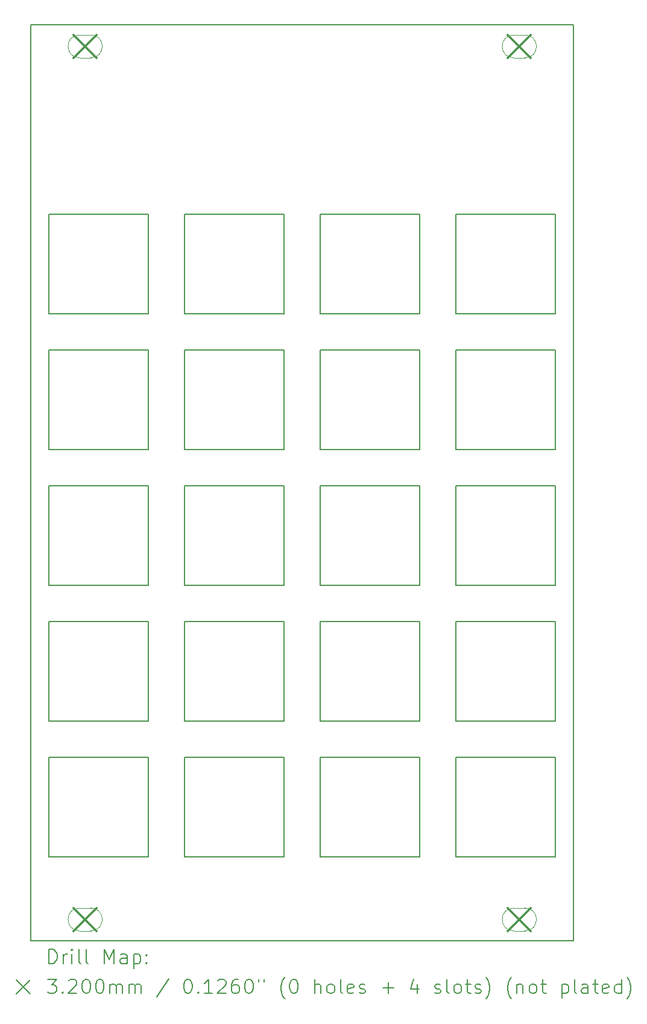
<source format=gbr>
%TF.GenerationSoftware,KiCad,Pcbnew,8.0.6*%
%TF.CreationDate,2024-11-05T14:38:54+11:00*%
%TF.ProjectId,CherrySwitches_3U15HP5x4,43686572-7279-4537-9769-74636865735f,rev?*%
%TF.SameCoordinates,Original*%
%TF.FileFunction,Drillmap*%
%TF.FilePolarity,Positive*%
%FSLAX45Y45*%
G04 Gerber Fmt 4.5, Leading zero omitted, Abs format (unit mm)*
G04 Created by KiCad (PCBNEW 8.0.6) date 2024-11-05 14:38:54*
%MOMM*%
%LPD*%
G01*
G04 APERTURE LIST*
%ADD10C,0.150000*%
%ADD11C,0.200000*%
%ADD12C,0.320000*%
%ADD13C,0.100000*%
G04 APERTURE END LIST*
D10*
X0Y-242500D02*
X7620000Y-242500D01*
X7620000Y-13092500D01*
X0Y-13092500D01*
X0Y-242500D01*
X5967500Y-8610000D02*
X7367500Y-8610000D01*
X7367500Y-10010000D01*
X5967500Y-10010000D01*
X5967500Y-8610000D01*
X252497Y-4800000D02*
X1652497Y-4800000D01*
X1652497Y-6200000D01*
X252497Y-6200000D01*
X252497Y-4800000D01*
X5967500Y-2895000D02*
X7367500Y-2895000D01*
X7367500Y-4295000D01*
X5967500Y-4295000D01*
X5967500Y-2895000D01*
X252497Y-10515000D02*
X1652497Y-10515000D01*
X1652497Y-11915000D01*
X252497Y-11915000D01*
X252497Y-10515000D01*
X2157500Y-4800000D02*
X3557500Y-4800000D01*
X3557500Y-6200000D01*
X2157500Y-6200000D01*
X2157500Y-4800000D01*
X4062500Y-8610000D02*
X5462500Y-8610000D01*
X5462500Y-10010000D01*
X4062500Y-10010000D01*
X4062500Y-8610000D01*
X4062500Y-2895000D02*
X5462500Y-2895000D01*
X5462500Y-4295000D01*
X4062500Y-4295000D01*
X4062500Y-2895000D01*
X5967500Y-6705000D02*
X7367500Y-6705000D01*
X7367500Y-8105000D01*
X5967500Y-8105000D01*
X5967500Y-6705000D01*
X2157500Y-10515000D02*
X3557500Y-10515000D01*
X3557500Y-11915000D01*
X2157500Y-11915000D01*
X2157500Y-10515000D01*
X5967500Y-4800000D02*
X7367500Y-4800000D01*
X7367500Y-6200000D01*
X5967500Y-6200000D01*
X5967500Y-4800000D01*
X252497Y-2895000D02*
X1652497Y-2895000D01*
X1652497Y-4295000D01*
X252497Y-4295000D01*
X252497Y-2895000D01*
X252497Y-8610000D02*
X1652497Y-8610000D01*
X1652497Y-10010000D01*
X252497Y-10010000D01*
X252497Y-8610000D01*
X4062500Y-6705000D02*
X5462500Y-6705000D01*
X5462500Y-8105000D01*
X4062500Y-8105000D01*
X4062500Y-6705000D01*
X252497Y-6705000D02*
X1652497Y-6705000D01*
X1652497Y-8105000D01*
X252497Y-8105000D01*
X252497Y-6705000D01*
X5967500Y-10515000D02*
X7367500Y-10515000D01*
X7367500Y-11915000D01*
X5967500Y-11915000D01*
X5967500Y-10515000D01*
X2157500Y-6705000D02*
X3557500Y-6705000D01*
X3557500Y-8105000D01*
X2157500Y-8105000D01*
X2157500Y-6705000D01*
X4062500Y-4800000D02*
X5462500Y-4800000D01*
X5462500Y-6200000D01*
X4062500Y-6200000D01*
X4062500Y-4800000D01*
X4062500Y-10515000D02*
X5462500Y-10515000D01*
X5462500Y-11915000D01*
X4062500Y-11915000D01*
X4062500Y-10515000D01*
X2157500Y-2895000D02*
X3557500Y-2895000D01*
X3557500Y-4295000D01*
X2157500Y-4295000D01*
X2157500Y-2895000D01*
X2157500Y-8610000D02*
X3557500Y-8610000D01*
X3557500Y-10010000D01*
X2157500Y-10010000D01*
X2157500Y-8610000D01*
D11*
D12*
X601962Y-382500D02*
X921962Y-702500D01*
X921962Y-382500D02*
X601962Y-702500D01*
D13*
X681962Y-702500D02*
X841962Y-702500D01*
X841962Y-382500D02*
G75*
G02*
X841962Y-702500I0J-160000D01*
G01*
X841962Y-382500D02*
X681962Y-382500D01*
X681962Y-382500D02*
G75*
G03*
X681962Y-702500I0J-160000D01*
G01*
D12*
X601962Y-12632500D02*
X921962Y-12952500D01*
X921962Y-12632500D02*
X601962Y-12952500D01*
D13*
X681962Y-12952500D02*
X841962Y-12952500D01*
X841962Y-12632500D02*
G75*
G02*
X841962Y-12952500I0J-160000D01*
G01*
X841962Y-12632500D02*
X681962Y-12632500D01*
X681962Y-12632500D02*
G75*
G03*
X681962Y-12952500I0J-160000D01*
G01*
D12*
X6697960Y-382500D02*
X7017960Y-702500D01*
X7017960Y-382500D02*
X6697960Y-702500D01*
D13*
X6777960Y-702500D02*
X6937960Y-702500D01*
X6937960Y-382500D02*
G75*
G02*
X6937960Y-702500I0J-160000D01*
G01*
X6937960Y-382500D02*
X6777960Y-382500D01*
X6777960Y-382500D02*
G75*
G03*
X6777960Y-702500I0J-160000D01*
G01*
D12*
X6697960Y-12632500D02*
X7017960Y-12952500D01*
X7017960Y-12632500D02*
X6697960Y-12952500D01*
D13*
X6777960Y-12952500D02*
X6937960Y-12952500D01*
X6937960Y-12632500D02*
G75*
G02*
X6937960Y-12952500I0J-160000D01*
G01*
X6937960Y-12632500D02*
X6777960Y-12632500D01*
X6777960Y-12632500D02*
G75*
G03*
X6777960Y-12952500I0J-160000D01*
G01*
D11*
X253277Y-13411484D02*
X253277Y-13211484D01*
X253277Y-13211484D02*
X300896Y-13211484D01*
X300896Y-13211484D02*
X329467Y-13221008D01*
X329467Y-13221008D02*
X348515Y-13240055D01*
X348515Y-13240055D02*
X358039Y-13259103D01*
X358039Y-13259103D02*
X367562Y-13297198D01*
X367562Y-13297198D02*
X367562Y-13325769D01*
X367562Y-13325769D02*
X358039Y-13363865D01*
X358039Y-13363865D02*
X348515Y-13382912D01*
X348515Y-13382912D02*
X329467Y-13401960D01*
X329467Y-13401960D02*
X300896Y-13411484D01*
X300896Y-13411484D02*
X253277Y-13411484D01*
X453277Y-13411484D02*
X453277Y-13278150D01*
X453277Y-13316246D02*
X462801Y-13297198D01*
X462801Y-13297198D02*
X472324Y-13287674D01*
X472324Y-13287674D02*
X491372Y-13278150D01*
X491372Y-13278150D02*
X510420Y-13278150D01*
X577086Y-13411484D02*
X577086Y-13278150D01*
X577086Y-13211484D02*
X567563Y-13221008D01*
X567563Y-13221008D02*
X577086Y-13230531D01*
X577086Y-13230531D02*
X586610Y-13221008D01*
X586610Y-13221008D02*
X577086Y-13211484D01*
X577086Y-13211484D02*
X577086Y-13230531D01*
X700896Y-13411484D02*
X681848Y-13401960D01*
X681848Y-13401960D02*
X672324Y-13382912D01*
X672324Y-13382912D02*
X672324Y-13211484D01*
X805658Y-13411484D02*
X786610Y-13401960D01*
X786610Y-13401960D02*
X777086Y-13382912D01*
X777086Y-13382912D02*
X777086Y-13211484D01*
X1034229Y-13411484D02*
X1034229Y-13211484D01*
X1034229Y-13211484D02*
X1100896Y-13354341D01*
X1100896Y-13354341D02*
X1167563Y-13211484D01*
X1167563Y-13211484D02*
X1167563Y-13411484D01*
X1348515Y-13411484D02*
X1348515Y-13306722D01*
X1348515Y-13306722D02*
X1338991Y-13287674D01*
X1338991Y-13287674D02*
X1319944Y-13278150D01*
X1319944Y-13278150D02*
X1281848Y-13278150D01*
X1281848Y-13278150D02*
X1262801Y-13287674D01*
X1348515Y-13401960D02*
X1329467Y-13411484D01*
X1329467Y-13411484D02*
X1281848Y-13411484D01*
X1281848Y-13411484D02*
X1262801Y-13401960D01*
X1262801Y-13401960D02*
X1253277Y-13382912D01*
X1253277Y-13382912D02*
X1253277Y-13363865D01*
X1253277Y-13363865D02*
X1262801Y-13344817D01*
X1262801Y-13344817D02*
X1281848Y-13335293D01*
X1281848Y-13335293D02*
X1329467Y-13335293D01*
X1329467Y-13335293D02*
X1348515Y-13325769D01*
X1443753Y-13278150D02*
X1443753Y-13478150D01*
X1443753Y-13287674D02*
X1462801Y-13278150D01*
X1462801Y-13278150D02*
X1500896Y-13278150D01*
X1500896Y-13278150D02*
X1519943Y-13287674D01*
X1519943Y-13287674D02*
X1529467Y-13297198D01*
X1529467Y-13297198D02*
X1538991Y-13316246D01*
X1538991Y-13316246D02*
X1538991Y-13373388D01*
X1538991Y-13373388D02*
X1529467Y-13392436D01*
X1529467Y-13392436D02*
X1519943Y-13401960D01*
X1519943Y-13401960D02*
X1500896Y-13411484D01*
X1500896Y-13411484D02*
X1462801Y-13411484D01*
X1462801Y-13411484D02*
X1443753Y-13401960D01*
X1624705Y-13392436D02*
X1634229Y-13401960D01*
X1634229Y-13401960D02*
X1624705Y-13411484D01*
X1624705Y-13411484D02*
X1615182Y-13401960D01*
X1615182Y-13401960D02*
X1624705Y-13392436D01*
X1624705Y-13392436D02*
X1624705Y-13411484D01*
X1624705Y-13287674D02*
X1634229Y-13297198D01*
X1634229Y-13297198D02*
X1624705Y-13306722D01*
X1624705Y-13306722D02*
X1615182Y-13297198D01*
X1615182Y-13297198D02*
X1624705Y-13287674D01*
X1624705Y-13287674D02*
X1624705Y-13306722D01*
X-207500Y-13640000D02*
X-7500Y-13840000D01*
X-7500Y-13640000D02*
X-207500Y-13840000D01*
X234229Y-13631484D02*
X358039Y-13631484D01*
X358039Y-13631484D02*
X291372Y-13707674D01*
X291372Y-13707674D02*
X319944Y-13707674D01*
X319944Y-13707674D02*
X338991Y-13717198D01*
X338991Y-13717198D02*
X348515Y-13726722D01*
X348515Y-13726722D02*
X358039Y-13745769D01*
X358039Y-13745769D02*
X358039Y-13793388D01*
X358039Y-13793388D02*
X348515Y-13812436D01*
X348515Y-13812436D02*
X338991Y-13821960D01*
X338991Y-13821960D02*
X319944Y-13831484D01*
X319944Y-13831484D02*
X262801Y-13831484D01*
X262801Y-13831484D02*
X243753Y-13821960D01*
X243753Y-13821960D02*
X234229Y-13812436D01*
X443753Y-13812436D02*
X453277Y-13821960D01*
X453277Y-13821960D02*
X443753Y-13831484D01*
X443753Y-13831484D02*
X434229Y-13821960D01*
X434229Y-13821960D02*
X443753Y-13812436D01*
X443753Y-13812436D02*
X443753Y-13831484D01*
X529467Y-13650531D02*
X538991Y-13641008D01*
X538991Y-13641008D02*
X558039Y-13631484D01*
X558039Y-13631484D02*
X605658Y-13631484D01*
X605658Y-13631484D02*
X624705Y-13641008D01*
X624705Y-13641008D02*
X634229Y-13650531D01*
X634229Y-13650531D02*
X643753Y-13669579D01*
X643753Y-13669579D02*
X643753Y-13688627D01*
X643753Y-13688627D02*
X634229Y-13717198D01*
X634229Y-13717198D02*
X519943Y-13831484D01*
X519943Y-13831484D02*
X643753Y-13831484D01*
X767562Y-13631484D02*
X786610Y-13631484D01*
X786610Y-13631484D02*
X805658Y-13641008D01*
X805658Y-13641008D02*
X815182Y-13650531D01*
X815182Y-13650531D02*
X824705Y-13669579D01*
X824705Y-13669579D02*
X834229Y-13707674D01*
X834229Y-13707674D02*
X834229Y-13755293D01*
X834229Y-13755293D02*
X824705Y-13793388D01*
X824705Y-13793388D02*
X815182Y-13812436D01*
X815182Y-13812436D02*
X805658Y-13821960D01*
X805658Y-13821960D02*
X786610Y-13831484D01*
X786610Y-13831484D02*
X767562Y-13831484D01*
X767562Y-13831484D02*
X748515Y-13821960D01*
X748515Y-13821960D02*
X738991Y-13812436D01*
X738991Y-13812436D02*
X729467Y-13793388D01*
X729467Y-13793388D02*
X719943Y-13755293D01*
X719943Y-13755293D02*
X719943Y-13707674D01*
X719943Y-13707674D02*
X729467Y-13669579D01*
X729467Y-13669579D02*
X738991Y-13650531D01*
X738991Y-13650531D02*
X748515Y-13641008D01*
X748515Y-13641008D02*
X767562Y-13631484D01*
X958039Y-13631484D02*
X977086Y-13631484D01*
X977086Y-13631484D02*
X996134Y-13641008D01*
X996134Y-13641008D02*
X1005658Y-13650531D01*
X1005658Y-13650531D02*
X1015182Y-13669579D01*
X1015182Y-13669579D02*
X1024705Y-13707674D01*
X1024705Y-13707674D02*
X1024705Y-13755293D01*
X1024705Y-13755293D02*
X1015182Y-13793388D01*
X1015182Y-13793388D02*
X1005658Y-13812436D01*
X1005658Y-13812436D02*
X996134Y-13821960D01*
X996134Y-13821960D02*
X977086Y-13831484D01*
X977086Y-13831484D02*
X958039Y-13831484D01*
X958039Y-13831484D02*
X938991Y-13821960D01*
X938991Y-13821960D02*
X929467Y-13812436D01*
X929467Y-13812436D02*
X919943Y-13793388D01*
X919943Y-13793388D02*
X910420Y-13755293D01*
X910420Y-13755293D02*
X910420Y-13707674D01*
X910420Y-13707674D02*
X919943Y-13669579D01*
X919943Y-13669579D02*
X929467Y-13650531D01*
X929467Y-13650531D02*
X938991Y-13641008D01*
X938991Y-13641008D02*
X958039Y-13631484D01*
X1110420Y-13831484D02*
X1110420Y-13698150D01*
X1110420Y-13717198D02*
X1119944Y-13707674D01*
X1119944Y-13707674D02*
X1138991Y-13698150D01*
X1138991Y-13698150D02*
X1167563Y-13698150D01*
X1167563Y-13698150D02*
X1186610Y-13707674D01*
X1186610Y-13707674D02*
X1196134Y-13726722D01*
X1196134Y-13726722D02*
X1196134Y-13831484D01*
X1196134Y-13726722D02*
X1205658Y-13707674D01*
X1205658Y-13707674D02*
X1224705Y-13698150D01*
X1224705Y-13698150D02*
X1253277Y-13698150D01*
X1253277Y-13698150D02*
X1272325Y-13707674D01*
X1272325Y-13707674D02*
X1281848Y-13726722D01*
X1281848Y-13726722D02*
X1281848Y-13831484D01*
X1377086Y-13831484D02*
X1377086Y-13698150D01*
X1377086Y-13717198D02*
X1386610Y-13707674D01*
X1386610Y-13707674D02*
X1405658Y-13698150D01*
X1405658Y-13698150D02*
X1434229Y-13698150D01*
X1434229Y-13698150D02*
X1453277Y-13707674D01*
X1453277Y-13707674D02*
X1462801Y-13726722D01*
X1462801Y-13726722D02*
X1462801Y-13831484D01*
X1462801Y-13726722D02*
X1472324Y-13707674D01*
X1472324Y-13707674D02*
X1491372Y-13698150D01*
X1491372Y-13698150D02*
X1519943Y-13698150D01*
X1519943Y-13698150D02*
X1538991Y-13707674D01*
X1538991Y-13707674D02*
X1548515Y-13726722D01*
X1548515Y-13726722D02*
X1548515Y-13831484D01*
X1938991Y-13621960D02*
X1767563Y-13879103D01*
X2196134Y-13631484D02*
X2215182Y-13631484D01*
X2215182Y-13631484D02*
X2234229Y-13641008D01*
X2234229Y-13641008D02*
X2243753Y-13650531D01*
X2243753Y-13650531D02*
X2253277Y-13669579D01*
X2253277Y-13669579D02*
X2262801Y-13707674D01*
X2262801Y-13707674D02*
X2262801Y-13755293D01*
X2262801Y-13755293D02*
X2253277Y-13793388D01*
X2253277Y-13793388D02*
X2243753Y-13812436D01*
X2243753Y-13812436D02*
X2234229Y-13821960D01*
X2234229Y-13821960D02*
X2215182Y-13831484D01*
X2215182Y-13831484D02*
X2196134Y-13831484D01*
X2196134Y-13831484D02*
X2177087Y-13821960D01*
X2177087Y-13821960D02*
X2167563Y-13812436D01*
X2167563Y-13812436D02*
X2158039Y-13793388D01*
X2158039Y-13793388D02*
X2148515Y-13755293D01*
X2148515Y-13755293D02*
X2148515Y-13707674D01*
X2148515Y-13707674D02*
X2158039Y-13669579D01*
X2158039Y-13669579D02*
X2167563Y-13650531D01*
X2167563Y-13650531D02*
X2177087Y-13641008D01*
X2177087Y-13641008D02*
X2196134Y-13631484D01*
X2348515Y-13812436D02*
X2358039Y-13821960D01*
X2358039Y-13821960D02*
X2348515Y-13831484D01*
X2348515Y-13831484D02*
X2338991Y-13821960D01*
X2338991Y-13821960D02*
X2348515Y-13812436D01*
X2348515Y-13812436D02*
X2348515Y-13831484D01*
X2548515Y-13831484D02*
X2434229Y-13831484D01*
X2491372Y-13831484D02*
X2491372Y-13631484D01*
X2491372Y-13631484D02*
X2472325Y-13660055D01*
X2472325Y-13660055D02*
X2453277Y-13679103D01*
X2453277Y-13679103D02*
X2434229Y-13688627D01*
X2624706Y-13650531D02*
X2634229Y-13641008D01*
X2634229Y-13641008D02*
X2653277Y-13631484D01*
X2653277Y-13631484D02*
X2700896Y-13631484D01*
X2700896Y-13631484D02*
X2719944Y-13641008D01*
X2719944Y-13641008D02*
X2729468Y-13650531D01*
X2729468Y-13650531D02*
X2738991Y-13669579D01*
X2738991Y-13669579D02*
X2738991Y-13688627D01*
X2738991Y-13688627D02*
X2729468Y-13717198D01*
X2729468Y-13717198D02*
X2615182Y-13831484D01*
X2615182Y-13831484D02*
X2738991Y-13831484D01*
X2910420Y-13631484D02*
X2872325Y-13631484D01*
X2872325Y-13631484D02*
X2853277Y-13641008D01*
X2853277Y-13641008D02*
X2843753Y-13650531D01*
X2843753Y-13650531D02*
X2824706Y-13679103D01*
X2824706Y-13679103D02*
X2815182Y-13717198D01*
X2815182Y-13717198D02*
X2815182Y-13793388D01*
X2815182Y-13793388D02*
X2824706Y-13812436D01*
X2824706Y-13812436D02*
X2834229Y-13821960D01*
X2834229Y-13821960D02*
X2853277Y-13831484D01*
X2853277Y-13831484D02*
X2891372Y-13831484D01*
X2891372Y-13831484D02*
X2910420Y-13821960D01*
X2910420Y-13821960D02*
X2919944Y-13812436D01*
X2919944Y-13812436D02*
X2929467Y-13793388D01*
X2929467Y-13793388D02*
X2929467Y-13745769D01*
X2929467Y-13745769D02*
X2919944Y-13726722D01*
X2919944Y-13726722D02*
X2910420Y-13717198D01*
X2910420Y-13717198D02*
X2891372Y-13707674D01*
X2891372Y-13707674D02*
X2853277Y-13707674D01*
X2853277Y-13707674D02*
X2834229Y-13717198D01*
X2834229Y-13717198D02*
X2824706Y-13726722D01*
X2824706Y-13726722D02*
X2815182Y-13745769D01*
X3053277Y-13631484D02*
X3072325Y-13631484D01*
X3072325Y-13631484D02*
X3091372Y-13641008D01*
X3091372Y-13641008D02*
X3100896Y-13650531D01*
X3100896Y-13650531D02*
X3110420Y-13669579D01*
X3110420Y-13669579D02*
X3119944Y-13707674D01*
X3119944Y-13707674D02*
X3119944Y-13755293D01*
X3119944Y-13755293D02*
X3110420Y-13793388D01*
X3110420Y-13793388D02*
X3100896Y-13812436D01*
X3100896Y-13812436D02*
X3091372Y-13821960D01*
X3091372Y-13821960D02*
X3072325Y-13831484D01*
X3072325Y-13831484D02*
X3053277Y-13831484D01*
X3053277Y-13831484D02*
X3034229Y-13821960D01*
X3034229Y-13821960D02*
X3024706Y-13812436D01*
X3024706Y-13812436D02*
X3015182Y-13793388D01*
X3015182Y-13793388D02*
X3005658Y-13755293D01*
X3005658Y-13755293D02*
X3005658Y-13707674D01*
X3005658Y-13707674D02*
X3015182Y-13669579D01*
X3015182Y-13669579D02*
X3024706Y-13650531D01*
X3024706Y-13650531D02*
X3034229Y-13641008D01*
X3034229Y-13641008D02*
X3053277Y-13631484D01*
X3196134Y-13631484D02*
X3196134Y-13669579D01*
X3272325Y-13631484D02*
X3272325Y-13669579D01*
X3567563Y-13907674D02*
X3558039Y-13898150D01*
X3558039Y-13898150D02*
X3538991Y-13869579D01*
X3538991Y-13869579D02*
X3529468Y-13850531D01*
X3529468Y-13850531D02*
X3519944Y-13821960D01*
X3519944Y-13821960D02*
X3510420Y-13774341D01*
X3510420Y-13774341D02*
X3510420Y-13736246D01*
X3510420Y-13736246D02*
X3519944Y-13688627D01*
X3519944Y-13688627D02*
X3529468Y-13660055D01*
X3529468Y-13660055D02*
X3538991Y-13641008D01*
X3538991Y-13641008D02*
X3558039Y-13612436D01*
X3558039Y-13612436D02*
X3567563Y-13602912D01*
X3681848Y-13631484D02*
X3700896Y-13631484D01*
X3700896Y-13631484D02*
X3719944Y-13641008D01*
X3719944Y-13641008D02*
X3729468Y-13650531D01*
X3729468Y-13650531D02*
X3738991Y-13669579D01*
X3738991Y-13669579D02*
X3748515Y-13707674D01*
X3748515Y-13707674D02*
X3748515Y-13755293D01*
X3748515Y-13755293D02*
X3738991Y-13793388D01*
X3738991Y-13793388D02*
X3729468Y-13812436D01*
X3729468Y-13812436D02*
X3719944Y-13821960D01*
X3719944Y-13821960D02*
X3700896Y-13831484D01*
X3700896Y-13831484D02*
X3681848Y-13831484D01*
X3681848Y-13831484D02*
X3662801Y-13821960D01*
X3662801Y-13821960D02*
X3653277Y-13812436D01*
X3653277Y-13812436D02*
X3643753Y-13793388D01*
X3643753Y-13793388D02*
X3634229Y-13755293D01*
X3634229Y-13755293D02*
X3634229Y-13707674D01*
X3634229Y-13707674D02*
X3643753Y-13669579D01*
X3643753Y-13669579D02*
X3653277Y-13650531D01*
X3653277Y-13650531D02*
X3662801Y-13641008D01*
X3662801Y-13641008D02*
X3681848Y-13631484D01*
X3986610Y-13831484D02*
X3986610Y-13631484D01*
X4072325Y-13831484D02*
X4072325Y-13726722D01*
X4072325Y-13726722D02*
X4062801Y-13707674D01*
X4062801Y-13707674D02*
X4043753Y-13698150D01*
X4043753Y-13698150D02*
X4015182Y-13698150D01*
X4015182Y-13698150D02*
X3996134Y-13707674D01*
X3996134Y-13707674D02*
X3986610Y-13717198D01*
X4196134Y-13831484D02*
X4177087Y-13821960D01*
X4177087Y-13821960D02*
X4167563Y-13812436D01*
X4167563Y-13812436D02*
X4158039Y-13793388D01*
X4158039Y-13793388D02*
X4158039Y-13736246D01*
X4158039Y-13736246D02*
X4167563Y-13717198D01*
X4167563Y-13717198D02*
X4177087Y-13707674D01*
X4177087Y-13707674D02*
X4196134Y-13698150D01*
X4196134Y-13698150D02*
X4224706Y-13698150D01*
X4224706Y-13698150D02*
X4243753Y-13707674D01*
X4243753Y-13707674D02*
X4253277Y-13717198D01*
X4253277Y-13717198D02*
X4262801Y-13736246D01*
X4262801Y-13736246D02*
X4262801Y-13793388D01*
X4262801Y-13793388D02*
X4253277Y-13812436D01*
X4253277Y-13812436D02*
X4243753Y-13821960D01*
X4243753Y-13821960D02*
X4224706Y-13831484D01*
X4224706Y-13831484D02*
X4196134Y-13831484D01*
X4377087Y-13831484D02*
X4358039Y-13821960D01*
X4358039Y-13821960D02*
X4348515Y-13802912D01*
X4348515Y-13802912D02*
X4348515Y-13631484D01*
X4529468Y-13821960D02*
X4510420Y-13831484D01*
X4510420Y-13831484D02*
X4472325Y-13831484D01*
X4472325Y-13831484D02*
X4453277Y-13821960D01*
X4453277Y-13821960D02*
X4443753Y-13802912D01*
X4443753Y-13802912D02*
X4443753Y-13726722D01*
X4443753Y-13726722D02*
X4453277Y-13707674D01*
X4453277Y-13707674D02*
X4472325Y-13698150D01*
X4472325Y-13698150D02*
X4510420Y-13698150D01*
X4510420Y-13698150D02*
X4529468Y-13707674D01*
X4529468Y-13707674D02*
X4538992Y-13726722D01*
X4538992Y-13726722D02*
X4538992Y-13745769D01*
X4538992Y-13745769D02*
X4443753Y-13764817D01*
X4615182Y-13821960D02*
X4634230Y-13831484D01*
X4634230Y-13831484D02*
X4672325Y-13831484D01*
X4672325Y-13831484D02*
X4691373Y-13821960D01*
X4691373Y-13821960D02*
X4700896Y-13802912D01*
X4700896Y-13802912D02*
X4700896Y-13793388D01*
X4700896Y-13793388D02*
X4691373Y-13774341D01*
X4691373Y-13774341D02*
X4672325Y-13764817D01*
X4672325Y-13764817D02*
X4643753Y-13764817D01*
X4643753Y-13764817D02*
X4624706Y-13755293D01*
X4624706Y-13755293D02*
X4615182Y-13736246D01*
X4615182Y-13736246D02*
X4615182Y-13726722D01*
X4615182Y-13726722D02*
X4624706Y-13707674D01*
X4624706Y-13707674D02*
X4643753Y-13698150D01*
X4643753Y-13698150D02*
X4672325Y-13698150D01*
X4672325Y-13698150D02*
X4691373Y-13707674D01*
X4938992Y-13755293D02*
X5091373Y-13755293D01*
X5015182Y-13831484D02*
X5015182Y-13679103D01*
X5424706Y-13698150D02*
X5424706Y-13831484D01*
X5377087Y-13621960D02*
X5329468Y-13764817D01*
X5329468Y-13764817D02*
X5453277Y-13764817D01*
X5672325Y-13821960D02*
X5691373Y-13831484D01*
X5691373Y-13831484D02*
X5729468Y-13831484D01*
X5729468Y-13831484D02*
X5748515Y-13821960D01*
X5748515Y-13821960D02*
X5758039Y-13802912D01*
X5758039Y-13802912D02*
X5758039Y-13793388D01*
X5758039Y-13793388D02*
X5748515Y-13774341D01*
X5748515Y-13774341D02*
X5729468Y-13764817D01*
X5729468Y-13764817D02*
X5700896Y-13764817D01*
X5700896Y-13764817D02*
X5681849Y-13755293D01*
X5681849Y-13755293D02*
X5672325Y-13736246D01*
X5672325Y-13736246D02*
X5672325Y-13726722D01*
X5672325Y-13726722D02*
X5681849Y-13707674D01*
X5681849Y-13707674D02*
X5700896Y-13698150D01*
X5700896Y-13698150D02*
X5729468Y-13698150D01*
X5729468Y-13698150D02*
X5748515Y-13707674D01*
X5872325Y-13831484D02*
X5853277Y-13821960D01*
X5853277Y-13821960D02*
X5843754Y-13802912D01*
X5843754Y-13802912D02*
X5843754Y-13631484D01*
X5977087Y-13831484D02*
X5958039Y-13821960D01*
X5958039Y-13821960D02*
X5948515Y-13812436D01*
X5948515Y-13812436D02*
X5938992Y-13793388D01*
X5938992Y-13793388D02*
X5938992Y-13736246D01*
X5938992Y-13736246D02*
X5948515Y-13717198D01*
X5948515Y-13717198D02*
X5958039Y-13707674D01*
X5958039Y-13707674D02*
X5977087Y-13698150D01*
X5977087Y-13698150D02*
X6005658Y-13698150D01*
X6005658Y-13698150D02*
X6024706Y-13707674D01*
X6024706Y-13707674D02*
X6034230Y-13717198D01*
X6034230Y-13717198D02*
X6043754Y-13736246D01*
X6043754Y-13736246D02*
X6043754Y-13793388D01*
X6043754Y-13793388D02*
X6034230Y-13812436D01*
X6034230Y-13812436D02*
X6024706Y-13821960D01*
X6024706Y-13821960D02*
X6005658Y-13831484D01*
X6005658Y-13831484D02*
X5977087Y-13831484D01*
X6100896Y-13698150D02*
X6177087Y-13698150D01*
X6129468Y-13631484D02*
X6129468Y-13802912D01*
X6129468Y-13802912D02*
X6138992Y-13821960D01*
X6138992Y-13821960D02*
X6158039Y-13831484D01*
X6158039Y-13831484D02*
X6177087Y-13831484D01*
X6234230Y-13821960D02*
X6253277Y-13831484D01*
X6253277Y-13831484D02*
X6291373Y-13831484D01*
X6291373Y-13831484D02*
X6310420Y-13821960D01*
X6310420Y-13821960D02*
X6319944Y-13802912D01*
X6319944Y-13802912D02*
X6319944Y-13793388D01*
X6319944Y-13793388D02*
X6310420Y-13774341D01*
X6310420Y-13774341D02*
X6291373Y-13764817D01*
X6291373Y-13764817D02*
X6262801Y-13764817D01*
X6262801Y-13764817D02*
X6243754Y-13755293D01*
X6243754Y-13755293D02*
X6234230Y-13736246D01*
X6234230Y-13736246D02*
X6234230Y-13726722D01*
X6234230Y-13726722D02*
X6243754Y-13707674D01*
X6243754Y-13707674D02*
X6262801Y-13698150D01*
X6262801Y-13698150D02*
X6291373Y-13698150D01*
X6291373Y-13698150D02*
X6310420Y-13707674D01*
X6386611Y-13907674D02*
X6396135Y-13898150D01*
X6396135Y-13898150D02*
X6415182Y-13869579D01*
X6415182Y-13869579D02*
X6424706Y-13850531D01*
X6424706Y-13850531D02*
X6434230Y-13821960D01*
X6434230Y-13821960D02*
X6443754Y-13774341D01*
X6443754Y-13774341D02*
X6443754Y-13736246D01*
X6443754Y-13736246D02*
X6434230Y-13688627D01*
X6434230Y-13688627D02*
X6424706Y-13660055D01*
X6424706Y-13660055D02*
X6415182Y-13641008D01*
X6415182Y-13641008D02*
X6396135Y-13612436D01*
X6396135Y-13612436D02*
X6386611Y-13602912D01*
X6748516Y-13907674D02*
X6738992Y-13898150D01*
X6738992Y-13898150D02*
X6719944Y-13869579D01*
X6719944Y-13869579D02*
X6710420Y-13850531D01*
X6710420Y-13850531D02*
X6700896Y-13821960D01*
X6700896Y-13821960D02*
X6691373Y-13774341D01*
X6691373Y-13774341D02*
X6691373Y-13736246D01*
X6691373Y-13736246D02*
X6700896Y-13688627D01*
X6700896Y-13688627D02*
X6710420Y-13660055D01*
X6710420Y-13660055D02*
X6719944Y-13641008D01*
X6719944Y-13641008D02*
X6738992Y-13612436D01*
X6738992Y-13612436D02*
X6748516Y-13602912D01*
X6824706Y-13698150D02*
X6824706Y-13831484D01*
X6824706Y-13717198D02*
X6834230Y-13707674D01*
X6834230Y-13707674D02*
X6853277Y-13698150D01*
X6853277Y-13698150D02*
X6881849Y-13698150D01*
X6881849Y-13698150D02*
X6900896Y-13707674D01*
X6900896Y-13707674D02*
X6910420Y-13726722D01*
X6910420Y-13726722D02*
X6910420Y-13831484D01*
X7034230Y-13831484D02*
X7015182Y-13821960D01*
X7015182Y-13821960D02*
X7005658Y-13812436D01*
X7005658Y-13812436D02*
X6996135Y-13793388D01*
X6996135Y-13793388D02*
X6996135Y-13736246D01*
X6996135Y-13736246D02*
X7005658Y-13717198D01*
X7005658Y-13717198D02*
X7015182Y-13707674D01*
X7015182Y-13707674D02*
X7034230Y-13698150D01*
X7034230Y-13698150D02*
X7062801Y-13698150D01*
X7062801Y-13698150D02*
X7081849Y-13707674D01*
X7081849Y-13707674D02*
X7091373Y-13717198D01*
X7091373Y-13717198D02*
X7100896Y-13736246D01*
X7100896Y-13736246D02*
X7100896Y-13793388D01*
X7100896Y-13793388D02*
X7091373Y-13812436D01*
X7091373Y-13812436D02*
X7081849Y-13821960D01*
X7081849Y-13821960D02*
X7062801Y-13831484D01*
X7062801Y-13831484D02*
X7034230Y-13831484D01*
X7158039Y-13698150D02*
X7234230Y-13698150D01*
X7186611Y-13631484D02*
X7186611Y-13802912D01*
X7186611Y-13802912D02*
X7196135Y-13821960D01*
X7196135Y-13821960D02*
X7215182Y-13831484D01*
X7215182Y-13831484D02*
X7234230Y-13831484D01*
X7453277Y-13698150D02*
X7453277Y-13898150D01*
X7453277Y-13707674D02*
X7472325Y-13698150D01*
X7472325Y-13698150D02*
X7510420Y-13698150D01*
X7510420Y-13698150D02*
X7529468Y-13707674D01*
X7529468Y-13707674D02*
X7538992Y-13717198D01*
X7538992Y-13717198D02*
X7548516Y-13736246D01*
X7548516Y-13736246D02*
X7548516Y-13793388D01*
X7548516Y-13793388D02*
X7538992Y-13812436D01*
X7538992Y-13812436D02*
X7529468Y-13821960D01*
X7529468Y-13821960D02*
X7510420Y-13831484D01*
X7510420Y-13831484D02*
X7472325Y-13831484D01*
X7472325Y-13831484D02*
X7453277Y-13821960D01*
X7662801Y-13831484D02*
X7643754Y-13821960D01*
X7643754Y-13821960D02*
X7634230Y-13802912D01*
X7634230Y-13802912D02*
X7634230Y-13631484D01*
X7824706Y-13831484D02*
X7824706Y-13726722D01*
X7824706Y-13726722D02*
X7815182Y-13707674D01*
X7815182Y-13707674D02*
X7796135Y-13698150D01*
X7796135Y-13698150D02*
X7758039Y-13698150D01*
X7758039Y-13698150D02*
X7738992Y-13707674D01*
X7824706Y-13821960D02*
X7805658Y-13831484D01*
X7805658Y-13831484D02*
X7758039Y-13831484D01*
X7758039Y-13831484D02*
X7738992Y-13821960D01*
X7738992Y-13821960D02*
X7729468Y-13802912D01*
X7729468Y-13802912D02*
X7729468Y-13783865D01*
X7729468Y-13783865D02*
X7738992Y-13764817D01*
X7738992Y-13764817D02*
X7758039Y-13755293D01*
X7758039Y-13755293D02*
X7805658Y-13755293D01*
X7805658Y-13755293D02*
X7824706Y-13745769D01*
X7891373Y-13698150D02*
X7967563Y-13698150D01*
X7919944Y-13631484D02*
X7919944Y-13802912D01*
X7919944Y-13802912D02*
X7929468Y-13821960D01*
X7929468Y-13821960D02*
X7948516Y-13831484D01*
X7948516Y-13831484D02*
X7967563Y-13831484D01*
X8110420Y-13821960D02*
X8091373Y-13831484D01*
X8091373Y-13831484D02*
X8053277Y-13831484D01*
X8053277Y-13831484D02*
X8034230Y-13821960D01*
X8034230Y-13821960D02*
X8024706Y-13802912D01*
X8024706Y-13802912D02*
X8024706Y-13726722D01*
X8024706Y-13726722D02*
X8034230Y-13707674D01*
X8034230Y-13707674D02*
X8053277Y-13698150D01*
X8053277Y-13698150D02*
X8091373Y-13698150D01*
X8091373Y-13698150D02*
X8110420Y-13707674D01*
X8110420Y-13707674D02*
X8119944Y-13726722D01*
X8119944Y-13726722D02*
X8119944Y-13745769D01*
X8119944Y-13745769D02*
X8024706Y-13764817D01*
X8291373Y-13831484D02*
X8291373Y-13631484D01*
X8291373Y-13821960D02*
X8272325Y-13831484D01*
X8272325Y-13831484D02*
X8234230Y-13831484D01*
X8234230Y-13831484D02*
X8215182Y-13821960D01*
X8215182Y-13821960D02*
X8205658Y-13812436D01*
X8205658Y-13812436D02*
X8196135Y-13793388D01*
X8196135Y-13793388D02*
X8196135Y-13736246D01*
X8196135Y-13736246D02*
X8205658Y-13717198D01*
X8205658Y-13717198D02*
X8215182Y-13707674D01*
X8215182Y-13707674D02*
X8234230Y-13698150D01*
X8234230Y-13698150D02*
X8272325Y-13698150D01*
X8272325Y-13698150D02*
X8291373Y-13707674D01*
X8367563Y-13907674D02*
X8377087Y-13898150D01*
X8377087Y-13898150D02*
X8396135Y-13869579D01*
X8396135Y-13869579D02*
X8405659Y-13850531D01*
X8405659Y-13850531D02*
X8415182Y-13821960D01*
X8415182Y-13821960D02*
X8424706Y-13774341D01*
X8424706Y-13774341D02*
X8424706Y-13736246D01*
X8424706Y-13736246D02*
X8415182Y-13688627D01*
X8415182Y-13688627D02*
X8405659Y-13660055D01*
X8405659Y-13660055D02*
X8396135Y-13641008D01*
X8396135Y-13641008D02*
X8377087Y-13612436D01*
X8377087Y-13612436D02*
X8367563Y-13602912D01*
M02*

</source>
